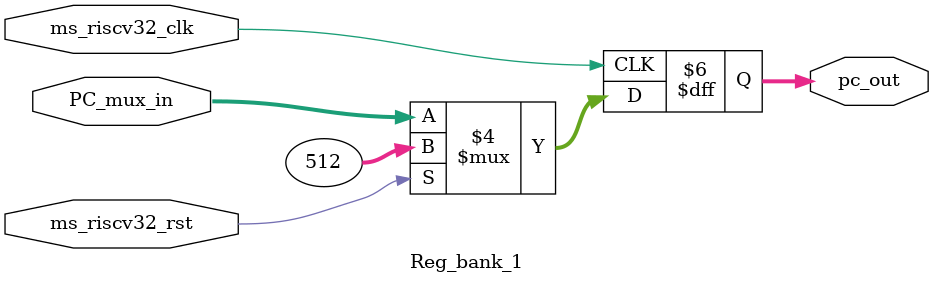
<source format=v>

`timescale 1ns / 1ps
//////////////////////////////////////////////////////////////////////////////////
//This module stores and updates the current Program Counter (PC) value in a clocked register.
//It acts as a synchronous PC register used in RISC-V pipeline to hold the address of the current instruction.

module Reg_bank_1(
input[31:0]PC_mux_in,//coming from the msrv32_pc_mux//
input ms_riscv32_clk,//coming from the top module//
input ms_riscv32_rst,//coming from the top module //
output reg[31:0]pc_out//it goes to these following modules: reg_block2(),immediate_adder(),pc_mux(goes to pc_in  point)//
);

always@(posedge ms_riscv32_clk )begin
     if(ms_riscv32_rst==1'b1)begin
         pc_out<=32'h0000_0200;///Boot address//32'h80000000
     end
     else begin
         pc_out<=PC_mux_in;
     end
end
endmodule
/////✅ Summary:
///•	On reset → PC is set to boot address.
///•	On every clock cycle → PC is updated from pc_max_in.

</source>
